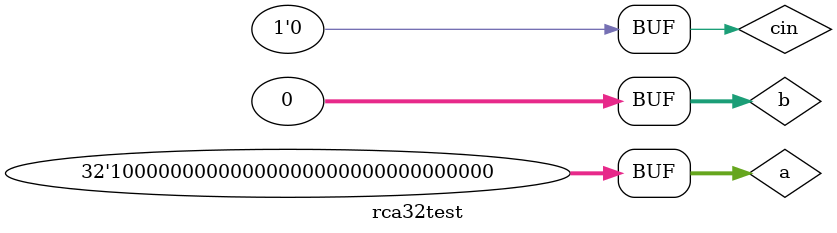
<source format=v>
`timescale 1ns / 1ps


module rca32test;

	// Inputs
	reg [31:0] a;
	reg [31:0] b;
	reg cin;

	// Outputs
	wire [31:0] s;
	wire cout;

	// Instantiate the Unit Under Test (UUT)
	Ripple32bit uut (
		.a(a), 
		.b(b), 
		.cin(cin), 
		.s(s), 
		.cout(cout)
	);

	initial begin
		$monitor ("a = %d, b = %d, cin = %d, s = %d, cout = %d", a, b, cin, s, cout);
		// Initialize Inputs
		// general cases
		a = 32'd171798691; b = 32'd1717986; cin = 0;
		#100;
		a = 32'd12345678; b = 32'd98765432; cin = 1;
		#100;
		a = 32'd4294967290; b = 32'd5; cin = 0;
		#100;
		
		//corner cases
		a = 32'd1073741824; b = 32'd1073741824; cin = 0;
		#100;
		a = 32'd2147483640; b = 32'd4; cin = 0;
		#100;
		a = 32'd2147483648; b = 0; cin = 0;
	end
      
endmodule


</source>
